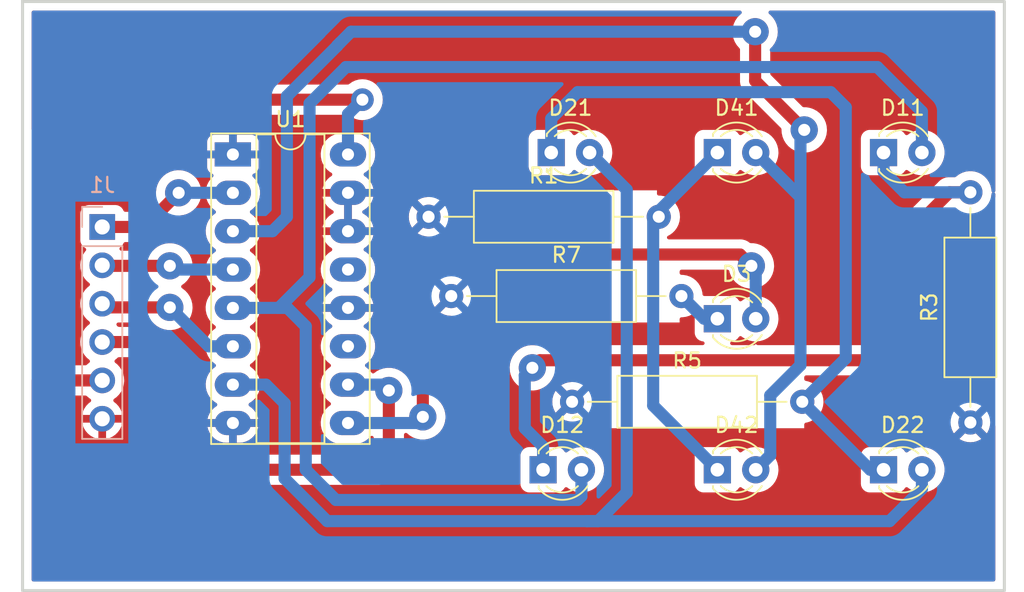
<source format=kicad_pcb>
(kicad_pcb (version 20211014) (generator pcbnew)
  (layers (0 "F.Cu" signal) (31 "B.Cu" signal) (34 "B.Paste" user) (35 "F.Paste" user) (36 "B.SilkS" user "B.Silkscreen") (37 "F.SilkS" user "F.Silkscreen") (38 "B.Mask" user) (39 "F.Mask" user) (44 "Edge.Cuts" user))
  (net 0 "")
  (net 1 "Net-(D3-Pad1)")
  (net 2 "Net-(D3-Pad2)")
  (net 3 "Net-(D11-Pad1)")
  (net 4 "Net-(D11-Pad2)")
  (net 5 "Net-(D21-Pad2)")
  (net 6 "Net-(D22-Pad1)")
  (net 7 "Net-(D41-Pad1)")
  (net 8 "Net-(D41-Pad2)")
  (net 9 "Net-(J1-Pad1)")
  (net 10 "Net-(J1-Pad2)")
  (net 11 "Net-(J1-Pad3)")
  (net 12 "Net-(J1-Pad4)")
  (net 13 "VCC")
  (net 14 "GND")
  (footprint "Resistor_THT:R_Axial_DIN0309_L9.0mm_D3.2mm_P15.24mm_Horizontal" (layer "F.Cu") (at 115.88 56.25)
    (fp_text reference "R1" (at 7.62 -2.72) (layer "F.SilkS"))
    (fp_text value "R_Small")
    (fp_line (start 12.24 1.72) (end 12.24 -1.72) (layer "F.SilkS") (width 0.12))
    (fp_line (start 3 -1.72) (end 3 1.72) (layer "F.SilkS") (width 0.12))
    (fp_line (start 14.2 0) (end 12.24 0) (layer "F.SilkS") (width 0.12))
    (fp_line (start 3 1.72) (end 12.24 1.72) (layer "F.SilkS") (width 0.12))
    (fp_line (start 12.24 -1.72) (end 3 -1.72) (layer "F.SilkS") (width 0.12))
    (fp_line (start 1.04 0) (end 3 0) (layer "F.SilkS") (width 0.12))
    (pad "1" thru_hole circle (at 0 0) (size 1.6 1.6) (drill 0.8) (layers *.Cu *.Mask) (net 14 "GND"))
    (pad "2" thru_hole oval (at 15.24 0) (size 1.6 1.6) (drill 0.8) (layers *.Cu *.Mask) (net 7 "Net-(D41-Pad1)"))
  )
  (footprint "LED_THT:LED_D3.0mm" (layer "F.Cu") (at 135 63)
    (fp_text reference "D3" (at 1.27 -2.96) (layer "F.SilkS"))
    (fp_text value "LED")
    (fp_line (start -0.29 -1.236) (end -0.29 -1.08) (layer "F.SilkS") (width 0.12))
    (fp_line (start -0.29 1.08) (end -0.29 1.236) (layer "F.SilkS") (width 0.12))
    (fp_arc (start 0.229039 -1.08) (mid 1.270117 -1.5) (end 2.31113 -1.079837) (layer "F.SilkS") (width 0.12))
    (fp_arc (start -0.29 -1.235516) (mid 1.366487 -1.987659) (end 2.942335 -1.078608) (layer "F.SilkS") (width 0.12))
    (fp_arc (start 2.942335 1.078608) (mid 1.366487 1.987659) (end -0.29 1.235516) (layer "F.SilkS") (width 0.12))
    (fp_arc (start 2.31113 1.079837) (mid 1.270117 1.5) (end 0.229039 1.08) (layer "F.SilkS") (width 0.12))
    (pad "1" thru_hole rect (at 0 0) (size 1.8 1.8) (drill 0.9) (layers *.Cu *.Mask) (net 1 "Net-(D3-Pad1)"))
    (pad "2" thru_hole circle (at 2.54 0) (size 1.8 1.8) (drill 0.9) (layers *.Cu *.Mask) (net 2 "Net-(D3-Pad2)"))
  )
  (footprint "LED_THT:LED_D3.0mm" (layer "F.Cu") (at 135 52)
    (fp_text reference "D41" (at 1.27 -2.96) (layer "F.SilkS"))
    (fp_text value "LED")
    (fp_line (start -0.29 -1.236) (end -0.29 -1.08) (layer "F.SilkS") (width 0.12))
    (fp_line (start -0.29 1.08) (end -0.29 1.236) (layer "F.SilkS") (width 0.12))
    (fp_arc (start 0.229039 -1.08) (mid 1.270117 -1.5) (end 2.31113 -1.079837) (layer "F.SilkS") (width 0.12))
    (fp_arc (start -0.29 -1.235516) (mid 1.366487 -1.987659) (end 2.942335 -1.078608) (layer "F.SilkS") (width 0.12))
    (fp_arc (start 2.942335 1.078608) (mid 1.366487 1.987659) (end -0.29 1.235516) (layer "F.SilkS") (width 0.12))
    (fp_arc (start 2.31113 1.079837) (mid 1.270117 1.5) (end 0.229039 1.08) (layer "F.SilkS") (width 0.12))
    (pad "1" thru_hole rect (at 0 0) (size 1.8 1.8) (drill 0.9) (layers *.Cu *.Mask) (net 7 "Net-(D41-Pad1)"))
    (pad "2" thru_hole circle (at 2.54 0) (size 1.8 1.8) (drill 0.9) (layers *.Cu *.Mask) (net 8 "Net-(D41-Pad2)"))
  )
  (footprint "LED_THT:LED_D3.0mm" (layer "F.Cu") (at 135 73)
    (fp_text reference "D42" (at 1.27 -2.96) (layer "F.SilkS"))
    (fp_text value "LED")
    (fp_line (start -0.29 1.08) (end -0.29 1.236) (layer "F.SilkS") (width 0.12))
    (fp_line (start -0.29 -1.236) (end -0.29 -1.08) (layer "F.SilkS") (width 0.12))
    (fp_arc (start 0.229039 -1.08) (mid 1.270117 -1.5) (end 2.31113 -1.079837) (layer "F.SilkS") (width 0.12))
    (fp_arc (start -0.29 -1.235516) (mid 1.366487 -1.987659) (end 2.942335 -1.078608) (layer "F.SilkS") (width 0.12))
    (fp_arc (start 2.31113 1.079837) (mid 1.270117 1.5) (end 0.229039 1.08) (layer "F.SilkS") (width 0.12))
    (fp_arc (start 2.942335 1.078608) (mid 1.366487 1.987659) (end -0.29 1.235516) (layer "F.SilkS") (width 0.12))
    (pad "1" thru_hole rect (at 0 0) (size 1.8 1.8) (drill 0.9) (layers *.Cu *.Mask) (net 7 "Net-(D41-Pad1)"))
    (pad "2" thru_hole circle (at 2.54 0) (size 1.8 1.8) (drill 0.9) (layers *.Cu *.Mask) (net 8 "Net-(D41-Pad2)"))
  )
  (footprint "LED_THT:LED_D3.0mm" (layer "F.Cu") (at 124 52)
    (fp_text reference "D21" (at 1.27 -2.96) (layer "F.SilkS"))
    (fp_text value "LED")
    (fp_line (start -0.29 -1.236) (end -0.29 -1.08) (layer "F.SilkS") (width 0.12))
    (fp_line (start -0.29 1.08) (end -0.29 1.236) (layer "F.SilkS") (width 0.12))
    (fp_arc (start -0.29 -1.235516) (mid 1.366487 -1.987659) (end 2.942335 -1.078608) (layer "F.SilkS") (width 0.12))
    (fp_arc (start 2.31113 1.079837) (mid 1.270117 1.5) (end 0.229039 1.08) (layer "F.SilkS") (width 0.12))
    (fp_arc (start 0.229039 -1.08) (mid 1.270117 -1.5) (end 2.31113 -1.079837) (layer "F.SilkS") (width 0.12))
    (fp_arc (start 2.942335 1.078608) (mid 1.366487 1.987659) (end -0.29 1.235516) (layer "F.SilkS") (width 0.12))
    (pad "1" thru_hole rect (at 0 0) (size 1.8 1.8) (drill 0.9) (layers *.Cu *.Mask) (net 6 "Net-(D22-Pad1)"))
    (pad "2" thru_hole circle (at 2.54 0) (size 1.8 1.8) (drill 0.9) (layers *.Cu *.Mask) (net 5 "Net-(D21-Pad2)"))
  )
  (footprint "LED_THT:LED_D3.0mm" (layer "F.Cu") (at 146 73)
    (fp_text reference "D22" (at 1.27 -2.96) (layer "F.SilkS"))
    (fp_text value "LED")
    (fp_line (start -0.29 -1.236) (end -0.29 -1.08) (layer "F.SilkS") (width 0.12))
    (fp_line (start -0.29 1.08) (end -0.29 1.236) (layer "F.SilkS") (width 0.12))
    (fp_arc (start 0.229039 -1.08) (mid 1.270117 -1.5) (end 2.31113 -1.079837) (layer "F.SilkS") (width 0.12))
    (fp_arc (start -0.29 -1.235516) (mid 1.366487 -1.987659) (end 2.942335 -1.078608) (layer "F.SilkS") (width 0.12))
    (fp_arc (start 2.31113 1.079837) (mid 1.270117 1.5) (end 0.229039 1.08) (layer "F.SilkS") (width 0.12))
    (fp_arc (start 2.942335 1.078608) (mid 1.366487 1.987659) (end -0.29 1.235516) (layer "F.SilkS") (width 0.12))
    (pad "1" thru_hole rect (at 0 0) (size 1.8 1.8) (drill 0.9) (layers *.Cu *.Mask) (net 6 "Net-(D22-Pad1)"))
    (pad "2" thru_hole circle (at 2.54 0) (size 1.8 1.8) (drill 0.9) (layers *.Cu *.Mask) (net 5 "Net-(D21-Pad2)"))
  )
  (footprint "Package_DIP:DIP-16_W7.62mm_Socket_LongPads" (layer "F.Cu") (at 102.925 52.125)
    (fp_text reference "U1" (at 3.81 -2.33) (layer "F.SilkS"))
    (fp_text value "74LS365")
    (fp_line (start 6.06 -1.33) (end 4.81 -1.33) (layer "F.SilkS") (width 0.12))
    (fp_line (start 1.56 19.11) (end 6.06 19.11) (layer "F.SilkS") (width 0.12))
    (fp_line (start 9.06 19.17) (end 9.06 -1.39) (layer "F.SilkS") (width 0.12))
    (fp_line (start 2.81 -1.33) (end 1.56 -1.33) (layer "F.SilkS") (width 0.12))
    (fp_line (start 9.06 -1.39) (end -1.44 -1.39) (layer "F.SilkS") (width 0.12))
    (fp_line (start 6.06 19.11) (end 6.06 -1.33) (layer "F.SilkS") (width 0.12))
    (fp_line (start 1.56 -1.33) (end 1.56 19.11) (layer "F.SilkS") (width 0.12))
    (fp_line (start -1.44 19.17) (end 9.06 19.17) (layer "F.SilkS") (width 0.12))
    (fp_line (start -1.44 -1.39) (end -1.44 19.17) (layer "F.SilkS") (width 0.12))
    (fp_arc (start 4.81 -1.33) (mid 3.81 -0.33) (end 2.81 -1.33) (layer "F.SilkS") (width 0.12))
    (pad "1" thru_hole rect (at 0 0) (size 2.4 1.6) (drill 0.8) (layers *.Cu *.Mask) (net 14 "GND"))
    (pad "2" thru_hole oval (at 0 2.54) (size 2.4 1.6) (drill 0.8) (layers *.Cu *.Mask) (net 9 "Net-(J1-Pad1)"))
    (pad "3" thru_hole oval (at 0 5.08) (size 2.4 1.6) (drill 0.8) (layers *.Cu *.Mask) (net 8 "Net-(D41-Pad2)"))
    (pad "4" thru_hole oval (at 0 7.62) (size 2.4 1.6) (drill 0.8) (layers *.Cu *.Mask) (net 10 "Net-(J1-Pad2)"))
    (pad "5" thru_hole oval (at 0 10.16) (size 2.4 1.6) (drill 0.8) (layers *.Cu *.Mask) (net 4 "Net-(D11-Pad2)"))
    (pad "6" thru_hole oval (at 0 12.7) (size 2.4 1.6) (drill 0.8) (layers *.Cu *.Mask) (net 11 "Net-(J1-Pad3)"))
    (pad "7" thru_hole oval (at 0 15.24) (size 2.4 1.6) (drill 0.8) (layers *.Cu *.Mask) (net 5 "Net-(D21-Pad2)"))
    (pad "8" thru_hole oval (at 0 17.78) (size 2.4 1.6) (drill 0.8) (layers *.Cu *.Mask) (net 14 "GND"))
    (pad "9" thru_hole oval (at 7.62 17.78) (size 2.4 1.6) (drill 0.8) (layers *.Cu *.Mask) (net 2 "Net-(D3-Pad2)"))
    (pad "10" thru_hole oval (at 7.62 15.24) (size 2.4 1.6) (drill 0.8) (layers *.Cu *.Mask) (net 12 "Net-(J1-Pad4)"))
    (pad "11" thru_hole oval (at 7.62 12.7) (size 2.4 1.6) (drill 0.8) (layers *.Cu *.Mask))
    (pad "12" thru_hole oval (at 7.62 10.16) (size 2.4 1.6) (drill 0.8) (layers *.Cu *.Mask) (net 14 "GND"))
    (pad "13" thru_hole oval (at 7.62 7.62) (size 2.4 1.6) (drill 0.8) (layers *.Cu *.Mask))
    (pad "14" thru_hole oval (at 7.62 5.08) (size 2.4 1.6) (drill 0.8) (layers *.Cu *.Mask) (net 14 "GND"))
    (pad "15" thru_hole oval (at 7.62 2.54) (size 2.4 1.6) (drill 0.8) (layers *.Cu *.Mask) (net 14 "GND"))
    (pad "16" thru_hole oval (at 7.62 0) (size 2.4 1.6) (drill 0.8) (layers *.Cu *.Mask) (net 13 "VCC"))
  )
  (footprint "LED_THT:LED_D3.0mm" (layer "F.Cu") (at 123.46 73)
    (fp_text reference "D12" (at 1.27 -2.96) (layer "F.SilkS"))
    (fp_text value "LED")
    (fp_line (start -0.29 -1.236) (end -0.29 -1.08) (layer "F.SilkS") (width 0.12))
    (fp_line (start -0.29 1.08) (end -0.29 1.236) (layer "F.SilkS") (width 0.12))
    (fp_arc (start 0.229039 -1.08) (mid 1.270117 -1.5) (end 2.31113 -1.079837) (layer "F.SilkS") (width 0.12))
    (fp_arc (start 2.31113 1.079837) (mid 1.270117 1.5) (end 0.229039 1.08) (layer "F.SilkS") (width 0.12))
    (fp_arc (start -0.29 -1.235516) (mid 1.366487 -1.987659) (end 2.942335 -1.078608) (layer "F.SilkS") (width 0.12))
    (fp_arc (start 2.942335 1.078608) (mid 1.366487 1.987659) (end -0.29 1.235516) (layer "F.SilkS") (width 0.12))
    (pad "1" thru_hole rect (at 0 0) (size 1.8 1.8) (drill 0.9) (layers *.Cu *.Mask) (net 3 "Net-(D11-Pad1)"))
    (pad "2" thru_hole circle (at 2.54 0) (size 1.8 1.8) (drill 0.9) (layers *.Cu *.Mask) (net 4 "Net-(D11-Pad2)"))
  )
  (footprint "LED_THT:LED_D3.0mm" (layer "F.Cu") (at 146 52)
    (fp_text reference "D11" (at 1.27 -2.96) (layer "F.SilkS"))
    (fp_text value "LED")
    (fp_line (start -0.29 1.08) (end -0.29 1.236) (layer "F.SilkS") (width 0.12))
    (fp_line (start -0.29 -1.236) (end -0.29 -1.08) (layer "F.SilkS") (width 0.12))
    (fp_arc (start 2.942335 1.078608) (mid 1.366487 1.987659) (end -0.29 1.235516) (layer "F.SilkS") (width 0.12))
    (fp_arc (start 2.31113 1.079837) (mid 1.270117 1.5) (end 0.229039 1.08) (layer "F.SilkS") (width 0.12))
    (fp_arc (start -0.29 -1.235516) (mid 1.366487 -1.987659) (end 2.942335 -1.078608) (layer "F.SilkS") (width 0.12))
    (fp_arc (start 0.229039 -1.08) (mid 1.270117 -1.5) (end 2.31113 -1.079837) (layer "F.SilkS") (width 0.12))
    (pad "1" thru_hole rect (at 0 0) (size 1.8 1.8) (drill 0.9) (layers *.Cu *.Mask) (net 3 "Net-(D11-Pad1)"))
    (pad "2" thru_hole circle (at 2.54 0) (size 1.8 1.8) (drill 0.9) (layers *.Cu *.Mask) (net 4 "Net-(D11-Pad2)"))
  )
  (footprint "Resistor_THT:R_Axial_DIN0309_L9.0mm_D3.2mm_P15.24mm_Horizontal" (layer "F.Cu") (at 125.38 68.5)
    (fp_text reference "R5" (at 7.62 -2.72) (layer "F.SilkS"))
    (fp_text value "R_Small")
    (fp_line (start 12.24 -1.72) (end 3 -1.72) (layer "F.SilkS") (width 0.12))
    (fp_line (start 3 1.72) (end 12.24 1.72) (layer "F.SilkS") (width 0.12))
    (fp_line (start 12.24 1.72) (end 12.24 -1.72) (layer "F.SilkS") (width 0.12))
    (fp_line (start 3 -1.72) (end 3 1.72) (layer "F.SilkS") (width 0.12))
    (fp_line (start 14.2 0) (end 12.24 0) (layer "F.SilkS") (width 0.12))
    (fp_line (start 1.04 0) (end 3 0) (layer "F.SilkS") (width 0.12))
    (pad "1" thru_hole circle (at 0 0) (size 1.6 1.6) (drill 0.8) (layers *.Cu *.Mask) (net 14 "GND"))
    (pad "2" thru_hole oval (at 15.24 0) (size 1.6 1.6) (drill 0.8) (layers *.Cu *.Mask) (net 6 "Net-(D22-Pad1)"))
  )
  (footprint "Resistor_THT:R_Axial_DIN0309_L9.0mm_D3.2mm_P15.24mm_Horizontal" (layer "F.Cu") (at 151.75 69.87 90)
    (fp_text reference "R3" (at 7.62 -2.72 90) (layer "F.SilkS"))
    (fp_text value "R_Small")
    (fp_line (start 3 -1.72) (end 3 1.72) (layer "F.SilkS") (width 0.12))
    (fp_line (start 3 1.72) (end 12.24 1.72) (layer "F.SilkS") (width 0.12))
    (fp_line (start 12.24 1.72) (end 12.24 -1.72) (layer "F.SilkS") (width 0.12))
    (fp_line (start 1.04 0) (end 3 0) (layer "F.SilkS") (width 0.12))
    (fp_line (start 12.24 -1.72) (end 3 -1.72) (layer "F.SilkS") (width 0.12))
    (fp_line (start 14.2 0) (end 12.24 0) (layer "F.SilkS") (width 0.12))
    (pad "1" thru_hole circle (at 0 0 90) (size 1.6 1.6) (drill 0.8) (layers *.Cu *.Mask) (net 14 "GND"))
    (pad "2" thru_hole oval (at 15.24 0 90) (size 1.6 1.6) (drill 0.8) (layers *.Cu *.Mask) (net 3 "Net-(D11-Pad1)"))
  )
  (footprint "Resistor_THT:R_Axial_DIN0309_L9.0mm_D3.2mm_P15.24mm_Horizontal" (layer "F.Cu") (at 117.38 61.5)
    (fp_text reference "R7" (at 7.62 -2.72) (layer "F.SilkS"))
    (fp_text value "R_Small")
    (fp_line (start 3 1.72) (end 12.24 1.72) (layer "F.SilkS") (width 0.12))
    (fp_line (start 12.24 1.72) (end 12.24 -1.72) (layer "F.SilkS") (width 0.12))
    (fp_line (start 1.04 0) (end 3 0) (layer "F.SilkS") (width 0.12))
    (fp_line (start 3 -1.72) (end 3 1.72) (layer "F.SilkS") (width 0.12))
    (fp_line (start 14.2 0) (end 12.24 0) (layer "F.SilkS") (width 0.12))
    (fp_line (start 12.24 -1.72) (end 3 -1.72) (layer "F.SilkS") (width 0.12))
    (pad "1" thru_hole circle (at 0 0) (size 1.6 1.6) (drill 0.8) (layers *.Cu *.Mask) (net 14 "GND"))
    (pad "2" thru_hole oval (at 15.24 0) (size 1.6 1.6) (drill 0.8) (layers *.Cu *.Mask) (net 1 "Net-(D3-Pad1)"))
  )
  (footprint "Connector_PinSocket_2.54mm:PinSocket_1x06_P2.54mm_Vertical" (layer "B.Cu") (at 94.275 56.925 180)
    (fp_text reference "J1" (at 0 2.77) (layer "B.SilkS") (effects (justify mirror)))
    (fp_text value "Conn_01x06_Male")
    (fp_line (start -1.33 -14.03) (end 1.33 -14.03) (layer "B.SilkS") (width 0.12))
    (fp_line (start -1.33 -1.27) (end 1.33 -1.27) (layer "B.SilkS") (width 0.12))
    (fp_line (start 0 1.33) (end 1.33 1.33) (layer "B.SilkS") (width 0.12))
    (fp_line (start 1.33 -1.27) (end 1.33 -14.03) (layer "B.SilkS") (width 0.12))
    (fp_line (start 1.33 1.33) (end 1.33 0) (layer "B.SilkS") (width 0.12))
    (fp_line (start -1.33 -1.27) (end -1.33 -14.03) (layer "B.SilkS") (width 0.12))
    (pad "1" thru_hole rect (at 0 0 180) (size 1.7 1.7) (drill 1) (layers *.Cu *.Mask) (net 9 "Net-(J1-Pad1)"))
    (pad "2" thru_hole oval (at 0 -2.54 180) (size 1.7 1.7) (drill 1) (layers *.Cu *.Mask) (net 10 "Net-(J1-Pad2)"))
    (pad "3" thru_hole oval (at 0 -5.08 180) (size 1.7 1.7) (drill 1) (layers *.Cu *.Mask) (net 11 "Net-(J1-Pad3)"))
    (pad "4" thru_hole oval (at 0 -7.62 180) (size 1.7 1.7) (drill 1) (layers *.Cu *.Mask) (net 12 "Net-(J1-Pad4)"))
    (pad "5" thru_hole oval (at 0 -10.16 180) (size 1.7 1.7) (drill 1) (layers *.Cu *.Mask) (net 13 "VCC"))
    (pad "6" thru_hole oval (at 0 -12.7 180) (size 1.7 1.7) (drill 1) (layers *.Cu *.Mask) (net 14 "GND"))
  )
  (gr_rect (start 89 42) (end 154 81) (layer "Edge.Cuts") (width 0.2) (fill none))
  (segment (start 135 63) (end 134.12 63) (width 0.8) (layer "B.Cu") (net 1))
  (segment (start 134.12 63) (end 132.62 61.5) (width 0.8) (layer "B.Cu") (net 1))
  (segment (start 115.5 69.5) (end 115.5 63.5) (width 0.8) (layer "F.Cu") (net 2))
  (segment (start 136.25 58.75) (end 136.5 58.75) (width 0.8) (layer "F.Cu") (net 2))
  (segment (start 136.5 58.75) (end 137.25 59.5) (width 0.8) (layer "F.Cu") (net 2))
  (segment (start 115 63) (end 115 60.5) (width 0.8) (layer "F.Cu") (net 2))
  (segment (start 116.75 58.75) (end 136.25 58.75) (width 0.8) (layer "F.Cu") (net 2))
  (segment (start 115.5 63.5) (end 115 63) (width 0.8) (layer "F.Cu") (net 2))
  (segment (start 115 60.5) (end 116.75 58.75) (width 0.8) (layer "F.Cu") (net 2))
  (via (at 137.25 59.5) (size 1.8) (drill 0.8) (layers "F.Cu" "B.Cu") (net 2))
  (via (at 115.5 69.5) (size 1.8) (drill 0.8) (layers "F.Cu" "B.Cu") (net 2))
  (segment (start 110.7 69.75) (end 110.545 69.905) (width 0.8) (layer "B.Cu") (net 2))
  (segment (start 110.545 69.905) (end 115.095 69.905) (width 0.8) (layer "B.Cu") (net 2))
  (segment (start 137.25 59.5) (end 137.54 59.79) (width 0.8) (layer "B.Cu") (net 2))
  (segment (start 115.095 69.905) (end 115.5 69.5) (width 0.8) (layer "B.Cu") (net 2))
  (segment (start 137.54 59.79) (end 137.54 63) (width 0.8) (layer "B.Cu") (net 2))
  (segment (start 122.75 66.25) (end 123.25 65.75) (width 0.8) (layer "F.Cu") (net 3))
  (segment (start 148.75 64) (end 148.75 56.25) (width 0.8) (layer "F.Cu") (net 3))
  (segment (start 150.37 54.63) (end 151.75 54.63) (width 0.8) (layer "F.Cu") (net 3))
  (segment (start 148.75 56.25) (end 150.37 54.63) (width 0.8) (layer "F.Cu") (net 3))
  (segment (start 123.25 65.75) (end 147 65.75) (width 0.8) (layer "F.Cu") (net 3))
  (segment (start 147 65.75) (end 148.75 64) (width 0.8) (layer "F.Cu") (net 3))
  (via (at 122.75 66.25) (size 1.8) (drill 0.8) (layers "F.Cu" "B.Cu") (net 3))
  (segment (start 123.46 73) (end 123.46 71.46) (width 0.8) (layer "B.Cu") (net 3))
  (segment (start 146 53.25) (end 146 52) (width 0.8) (layer "B.Cu") (net 3))
  (segment (start 122.25 70.25) (end 122.25 66.75) (width 0.8) (layer "B.Cu") (net 3))
  (segment (start 122.25 66.75) (end 122.75 66.25) (width 0.8) (layer "B.Cu") (net 3))
  (segment (start 147.38 54.63) (end 146 53.25) (width 0.8) (layer "B.Cu") (net 3))
  (segment (start 151.75 54.63) (end 147.38 54.63) (width 0.8) (layer "B.Cu") (net 3))
  (segment (start 123.46 71.46) (end 122.25 70.25) (width 0.8) (layer "B.Cu") (net 3))
  (segment (start 148.54 52) (end 148.54 49.29) (width 0.8) (layer "B.Cu") (net 4))
  (segment (start 125.75 75) (end 109.75 75) (width 0.8) (layer "B.Cu") (net 4))
  (segment (start 108 60.25) (end 105.965 62.285) (width 0.8) (layer "B.Cu") (net 4))
  (segment (start 107.75 63.5) (end 107.75 73) (width 0.8) (layer "B.Cu") (net 4))
  (segment (start 145.588154 46.338154) (end 110.411846 46.338154) (width 0.8) (layer "B.Cu") (net 4))
  (segment (start 107.75 73) (end 109 74.25) (width 0.8) (layer "B.Cu") (net 4))
  (segment (start 148.54 49.29) (end 145.588154 46.338154) (width 0.8) (layer "B.Cu") (net 4))
  (segment (start 126 74.75) (end 125.75 75) (width 0.8) (layer "B.Cu") (net 4))
  (segment (start 110.411846 46.338154) (end 108 48.75) (width 0.8) (layer "B.Cu") (net 4))
  (segment (start 105.965 62.285) (end 106.535 62.285) (width 0.8) (layer "B.Cu") (net 4))
  (segment (start 102.925 62.285) (end 105.965 62.285) (width 0.8) (layer "B.Cu") (net 4))
  (segment (start 126 73) (end 126 74.75) (width 0.8) (layer "B.Cu") (net 4))
  (segment (start 109.75 75) (end 109 74.25) (width 0.8) (layer "B.Cu") (net 4))
  (segment (start 107.5 63.25) (end 107.75 63.5) (width 0.8) (layer "B.Cu") (net 4))
  (segment (start 106.535 62.285) (end 107.5 63.25) (width 0.8) (layer "B.Cu") (net 4))
  (segment (start 108 48.75) (end 108 60.25) (width 0.8) (layer "B.Cu") (net 4))
  (segment (start 109.170101 76.4) (end 126.35 76.4) (width 0.8) (layer "B.Cu") (net 5))
  (segment (start 105.115 67.365) (end 106.35 68.6) (width 0.8) (layer "B.Cu") (net 5))
  (segment (start 148.54 73) (end 148.54 74.26) (width 0.8) (layer "B.Cu") (net 5))
  (segment (start 129 74.5) (end 129 54.46) (width 0.8) (layer "B.Cu") (net 5))
  (segment (start 102.925 67.365) (end 105.115 67.365) (width 0.8) (layer "B.Cu") (net 5))
  (segment (start 148.54 74.26) (end 146.4 76.4) (width 0.8) (layer "B.Cu") (net 5))
  (segment (start 129 54.46) (end 126.54 52) (width 0.8) (layer "B.Cu") (net 5))
  (segment (start 126.35 76.4) (end 127.1 76.4) (width 0.8) (layer "B.Cu") (net 5))
  (segment (start 127.1 76.4) (end 129 74.5) (width 0.8) (layer "B.Cu") (net 5))
  (segment (start 106.35 73.579898) (end 109.170101 76.4) (width 0.8) (layer "B.Cu") (net 5))
  (segment (start 106.35 68.6) (end 106.35 73.579898) (width 0.8) (layer "B.Cu") (net 5))
  (segment (start 146.4 76.4) (end 126.35 76.4) (width 0.8) (layer "B.Cu") (net 5))
  (segment (start 124 52) (end 124 49.75) (width 0.8) (layer "B.Cu") (net 6))
  (segment (start 143.5 49) (end 143.5 65.62) (width 0.8) (layer "B.Cu") (net 6))
  (segment (start 146 73) (end 145.12 73) (width 0.8) (layer "B.Cu") (net 6))
  (segment (start 125.75 48) (end 142.5 48) (width 0.8) (layer "B.Cu") (net 6))
  (segment (start 142.5 48) (end 143.5 49) (width 0.8) (layer "B.Cu") (net 6))
  (segment (start 145.12 73) (end 140.62 68.5) (width 0.8) (layer "B.Cu") (net 6))
  (segment (start 124 49.75) (end 125.75 48) (width 0.8) (layer "B.Cu") (net 6))
  (segment (start 143.5 65.62) (end 140.62 68.5) (width 0.8) (layer "B.Cu") (net 6))
  (segment (start 130.75 56.25) (end 135 52) (width 0.8) (layer "B.Cu") (net 7))
  (segment (start 130.75 68.75) (end 130.75 56.25) (width 0.8) (layer "B.Cu") (net 7))
  (segment (start 135 73) (end 130.75 68.75) (width 0.8) (layer "B.Cu") (net 7))
  (segment (start 137.5 44) (end 137.5 47.25) (width 0.8) (layer "F.Cu") (net 8))
  (segment (start 137.5 47.25) (end 140.75 50.5) (width 0.8) (layer "F.Cu") (net 8))
  (via (at 140.75 50.5) (size 1.8) (drill 0.8) (layers "F.Cu" "B.Cu") (net 8))
  (via (at 137.5 44) (size 1.8) (drill 0.8) (layers "F.Cu" "B.Cu") (net 8))
  (segment (start 138.5 72.04) (end 137.54 73) (width 0.8) (layer "B.Cu") (net 8))
  (segment (start 109.831948 44.938154) (end 109.831948 44.918052) (width 0.8) (layer "B.Cu") (net 8))
  (segment (start 109.831948 44.918052) (end 110.011346 44.738654) (width 0.8) (layer "B.Cu") (net 8))
  (segment (start 140.75 50.5) (end 140.5 50.75) (width 0.8) (layer "B.Cu") (net 8))
  (segment (start 102.925 57.205) (end 105.545 57.205) (width 0.8) (layer "B.Cu") (net 8))
  (segment (start 110.75 44) (end 137.5 44) (width 0.8) (layer "B.Cu") (net 8))
  (segment (start 140.5 66.074415) (end 138.5 68.074415) (width 0.8) (layer "B.Cu") (net 8))
  (segment (start 137.54 52) (end 140.5 54.96) (width 0.8) (layer "B.Cu") (net 8))
  (segment (start 140.5 54.96) (end 140.5 66.074415) (width 0.8) (layer "B.Cu") (net 8))
  (segment (start 106.5 56.25) (end 106.5 48.270102) (width 0.8) (layer "B.Cu") (net 8))
  (segment (start 110.011346 44.738654) (end 110.75 44) (width 0.8) (layer "B.Cu") (net 8))
  (segment (start 140.5 50.75) (end 140.5 54.96) (width 0.8) (layer "B.Cu") (net 8))
  (segment (start 106.5 48.270102) (end 109.831948 44.938154) (width 0.8) (layer "B.Cu") (net 8))
  (segment (start 138.5 68.074415) (end 138.5 72.04) (width 0.8) (layer "B.Cu") (net 8))
  (segment (start 105.545 57.205) (end 106.5 56.25) (width 0.8) (layer "B.Cu") (net 8))
  (segment (start 94.275 56.925) (end 97.075 56.925) (width 0.8) (layer "F.Cu") (net 9))
  (segment (start 97.075 56.925) (end 99.335 54.665) (width 0.8) (layer "F.Cu") (net 9))
  (via (at 99.335 54.665) (size 1.8) (drill 0.8) (layers "F.Cu" "B.Cu") (net 9))
  (segment (start 99.335 54.665) (end 102.925 54.665) (width 0.8) (layer "B.Cu") (net 9))
  (segment (start 94.785 59.465) (end 94.82 59.5) (width 0.8) (layer "F.Cu") (net 10))
  (segment (start 94.82 59.5) (end 98.75 59.5) (width 0.8) (layer "F.Cu") (net 10))
  (segment (start 94.275 59.465) (end 94.785 59.465) (width 0.8) (layer "F.Cu") (net 10))
  (via (at 98.75 59.5) (size 1.8) (drill 0.8) (layers "F.Cu" "B.Cu") (net 10))
  (segment (start 98.995 59.745) (end 98.75 59.5) (width 0.8) (layer "B.Cu") (net 10))
  (segment (start 102.925 59.745) (end 98.995 59.745) (width 0.8) (layer "B.Cu") (net 10))
  (segment (start 94.52 62.25) (end 94.275 62.005) (width 0.8) (layer "F.Cu") (net 11))
  (segment (start 98.75 62.25) (end 94.52 62.25) (width 0.8) (layer "F.Cu") (net 11))
  (via (at 98.75 62.25) (size 1.8) (drill 0.8) (layers "F.Cu" "B.Cu") (net 11))
  (segment (start 101.325 64.825) (end 98.75 62.25) (width 0.8) (layer "B.Cu") (net 11))
  (segment (start 102.925 64.825) (end 101.325 64.825) (width 0.8) (layer "B.Cu") (net 11))
  (segment (start 96.545 64.545) (end 94.275 64.545) (width 0.8) (layer "F.Cu") (net 12))
  (segment (start 113.25 72.25) (end 113.25 67.75) (width 0.8) (layer "F.Cu") (net 12))
  (segment (start 100.5 73) (end 98.75 71.25) (width 0.8) (layer "F.Cu") (net 12))
  (segment (start 98.75 71.25) (end 98.75 66.75) (width 0.8) (layer "F.Cu") (net 12))
  (segment (start 112.5 73) (end 100.5 73) (width 0.8) (layer "F.Cu") (net 12))
  (segment (start 112.5 73) (end 113.25 72.25) (width 0.8) (layer "F.Cu") (net 12))
  (segment (start 98.75 66.75) (end 96.545 64.545) (width 0.8) (layer "F.Cu") (net 12))
  (via (at 113.25 67.75) (size 1.8) (drill 0.8) (layers "F.Cu" "B.Cu") (net 12))
  (segment (start 110.545 67.365) (end 112.865 67.365) (width 0.8) (layer "B.Cu") (net 12))
  (segment (start 112.865 67.365) (end 113.25 67.75) (width 0.8) (layer "B.Cu") (net 12))
  (segment (start 93.25 48.5) (end 90.5 51.25) (width 0.8) (layer "F.Cu") (net 13))
  (segment (start 91.335 67.085) (end 94.275 67.085) (width 0.8) (layer "F.Cu") (net 13))
  (segment (start 90.5 66.25) (end 91.335 67.085) (width 0.8) (layer "F.Cu") (net 13))
  (segment (start 90.5 51.25) (end 90.5 66.25) (width 0.8) (layer "F.Cu") (net 13))
  (segment (start 111.5 48.5) (end 93.25 48.5) (width 0.8) (layer "F.Cu") (net 13))
  (via (at 111.5 48.5) (size 1.5) (drill 0.8) (layers "F.Cu" "B.Cu") (net 13))
  (segment (start 111 49) (end 111.5 48.5) (width 0.8) (layer "B.Cu") (net 13))
  (segment (start 110.545 52.125) (end 110.545 49.455) (width 0.8) (layer "B.Cu") (net 13))
  (segment (start 110.545 49.455) (end 111 49) (width 0.8) (layer "B.Cu") (net 13))
  (zone (net 14) (net_name "GND") (layer "F.Cu") (connect_pads (clearance 0.508)) (min_thickness 0.254) (fill yes (thermal_gap 0.508) (thermal_bridge_width 0.508))
    (polygon (pts (xy 154 81) (xy 89 81) (xy 89 42) (xy 154 42)))
  )
  (zone (net 0) (net_name "") (layer "F.Cu") (connect_pads (clearance 0)) (min_thickness 0.254)
    (keepout (tracks allowed) (vias allowed) (pads allowed) (copperpour not_allowed) (footprints allowed))
    (fill (thermal_gap 0.508) (thermal_bridge_width 0.508))
    (polygon (pts (xy 153.75 58.5) (xy 153.75 70) (xy 150 70) (xy 150 58.5)))
  )
  (zone (net 0) (net_name "") (layer "F.Cu") (connect_pads (clearance 0)) (min_thickness 0.254)
    (keepout (tracks allowed) (vias allowed) (pads allowed) (copperpour not_allowed) (footprints allowed))
    (fill (thermal_gap 0.508) (thermal_bridge_width 0.508))
    (polygon (pts (xy 131 54.5) (xy 131 58) (xy 116 58) (xy 116 54.5)))
  )
  (zone (net 0) (net_name "") (layer "F.Cu") (connect_pads (clearance 0)) (min_thickness 0.254)
    (keepout (tracks allowed) (vias allowed) (pads allowed) (copperpour not_allowed) (footprints allowed))
    (fill (thermal_gap 0.508) (thermal_bridge_width 0.508))
    (polygon (pts (xy 154 55) (xy 154 58.5) (xy 150.25 58.5) (xy 150.5 55.25)))
  )
  (zone (net 0) (net_name "") (layer "F.Cu") (connect_pads (clearance 0)) (min_thickness 0.254)
    (keepout (tracks allowed) (vias allowed) (pads allowed) (copperpour not_allowed) (footprints allowed))
    (fill (thermal_gap 0.508) (thermal_bridge_width 0.508))
    (polygon (pts (xy 140.75 66.75) (xy 140.75 70.25) (xy 125.5 70.25) (xy 125.5 66.75)))
  )
  (zone (net 0) (net_name "") (layer "F.Cu") (connect_pads (clearance 0)) (min_thickness 0.254)
    (keepout (tracks allowed) (vias allowed) (pads allowed) (copperpour not_allowed) (footprints allowed))
    (fill (thermal_gap 0.508) (thermal_bridge_width 0.508))
    (polygon (pts (xy 132.5 59.75) (xy 132.5 63.25) (xy 117.5 63.25) (xy 117.5 59.75)))
  )
  (zone (net 14) (net_name "GND") (layer "B.Cu") (connect_pads (clearance 0.508)) (min_thickness 0.254) (fill yes (thermal_gap 0.508) (thermal_bridge_width 0.508))
    (polygon (pts (xy 154 81) (xy 89 81) (xy 89 42) (xy 154 42)))
  )
  (zone (net 0) (net_name "") (layer "B.Cu") (connect_pads (clearance 0)) (min_thickness 0.254)
    (keepout (tracks not_allowed) (vias not_allowed) (pads allowed) (copperpour not_allowed) (footprints allowed))
    (fill (thermal_gap 0.508) (thermal_bridge_width 0.508))
    (polygon (pts (xy 96 71.25) (xy 92.5 71.25) (xy 92.5 55.25) (xy 96 55.25)))
  )
)
</source>
